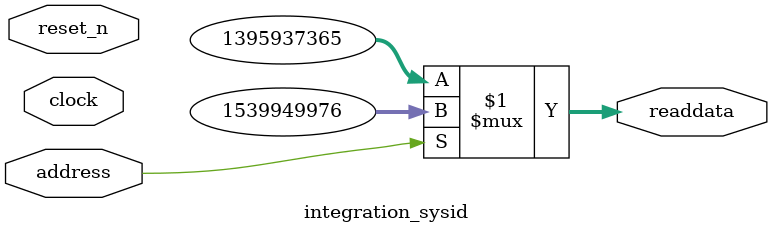
<source format=v>

`timescale 1ns / 1ps
// synthesis translate_on

// turn off superfluous verilog processor warnings 
// altera message_level Level1 
// altera message_off 10034 10035 10036 10037 10230 10240 10030 

module integration_sysid (
               // inputs:
                address,
                clock,
                reset_n,

               // outputs:
                readdata
             )
;

  output  [ 31: 0] readdata;
  input            address;
  input            clock;
  input            reset_n;

  wire    [ 31: 0] readdata;
  //control_slave, which is an e_avalon_slave
  assign readdata = address ? 1539949976 : 1395937365;

endmodule




</source>
